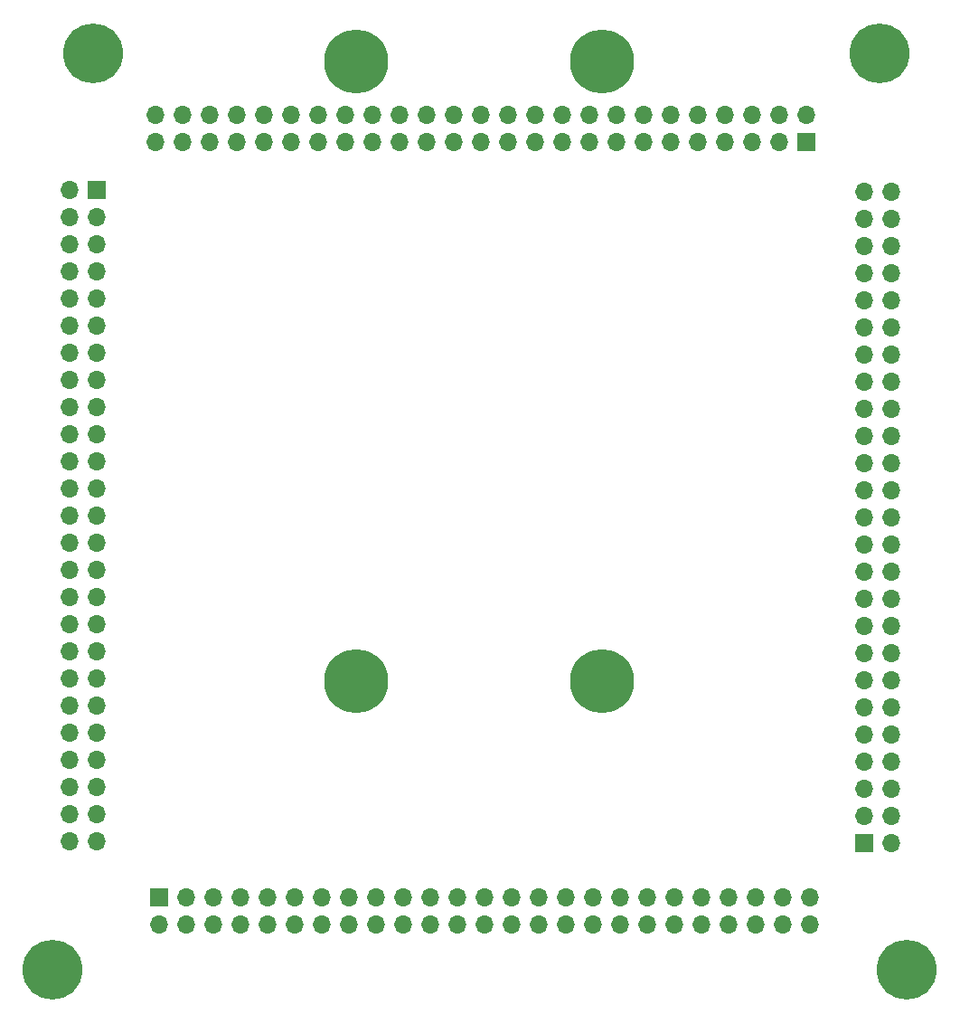
<source format=gbr>
%TF.GenerationSoftware,KiCad,Pcbnew,8.0.4*%
%TF.CreationDate,2024-08-06T12:26:23-05:00*%
%TF.ProjectId,PrintedCoralBoard,5072696e-7465-4644-936f-72616c426f61,rev?*%
%TF.SameCoordinates,Original*%
%TF.FileFunction,Soldermask,Bot*%
%TF.FilePolarity,Negative*%
%FSLAX46Y46*%
G04 Gerber Fmt 4.6, Leading zero omitted, Abs format (unit mm)*
G04 Created by KiCad (PCBNEW 8.0.4) date 2024-08-06 12:26:23*
%MOMM*%
%LPD*%
G01*
G04 APERTURE LIST*
%ADD10C,6.000000*%
%ADD11C,5.600000*%
%ADD12R,1.700000X1.700000*%
%ADD13O,1.700000X1.700000*%
G04 APERTURE END LIST*
D10*
%TO.C,H2*%
X56510000Y-5795500D03*
%TD*%
D11*
%TO.C,H5*%
X8890000Y-5080000D03*
%TD*%
%TO.C,H7*%
X85090000Y-90810000D03*
%TD*%
D10*
%TO.C,H4*%
X56510000Y-63795500D03*
%TD*%
%TO.C,H3*%
X33510000Y-63795500D03*
%TD*%
D11*
%TO.C,H8*%
X5080000Y-90810000D03*
%TD*%
%TO.C,H6*%
X82550000Y-5080000D03*
%TD*%
D10*
%TO.C,H1*%
X33510000Y-5795500D03*
%TD*%
D12*
%TO.C,J5*%
X75660000Y-13380000D03*
D13*
X75660000Y-10840000D03*
X73120000Y-13380000D03*
X73120000Y-10840000D03*
X70580000Y-13380000D03*
X70580000Y-10840000D03*
X68040000Y-13380000D03*
X68040000Y-10840000D03*
X65500000Y-13380000D03*
X65500000Y-10840000D03*
X62960000Y-13380000D03*
X62960000Y-10840000D03*
X60420000Y-13380000D03*
X60420000Y-10840000D03*
X57880000Y-13380000D03*
X57880000Y-10840000D03*
X55340000Y-13380000D03*
X55340000Y-10840000D03*
X52800000Y-13380000D03*
X52800000Y-10840000D03*
X50260000Y-13380000D03*
X50260000Y-10840000D03*
X47720000Y-13380000D03*
X47720000Y-10840000D03*
X45180000Y-13380000D03*
X45180000Y-10840000D03*
X42640000Y-13380000D03*
X42640000Y-10840000D03*
X40100000Y-13380000D03*
X40100000Y-10840000D03*
X37560000Y-13380000D03*
X37560000Y-10840000D03*
X35020000Y-13380000D03*
X35020000Y-10840000D03*
X32480000Y-13380000D03*
X32480000Y-10840000D03*
X29940000Y-13380000D03*
X29940000Y-10840000D03*
X27400000Y-13380000D03*
X27400000Y-10840000D03*
X24860000Y-13380000D03*
X24860000Y-10840000D03*
X22320000Y-13380000D03*
X22320000Y-10840000D03*
X19780000Y-13380000D03*
X19780000Y-10840000D03*
X17240000Y-13380000D03*
X17240000Y-10840000D03*
X14700000Y-13380000D03*
X14700000Y-10840000D03*
%TD*%
D12*
%TO.C,J4*%
X9180000Y-17840000D03*
D13*
X6640000Y-17840000D03*
X9180000Y-20380000D03*
X6640000Y-20380000D03*
X9180000Y-22920000D03*
X6640000Y-22920000D03*
X9180000Y-25460000D03*
X6640000Y-25460000D03*
X9180000Y-28000000D03*
X6640000Y-28000000D03*
X9180000Y-30540000D03*
X6640000Y-30540000D03*
X9180000Y-33080000D03*
X6640000Y-33080000D03*
X9180000Y-35620000D03*
X6640000Y-35620000D03*
X9180000Y-38160000D03*
X6640000Y-38160000D03*
X9180000Y-40700000D03*
X6640000Y-40700000D03*
X9180000Y-43240000D03*
X6640000Y-43240000D03*
X9180000Y-45780000D03*
X6640000Y-45780000D03*
X9180000Y-48320000D03*
X6640000Y-48320000D03*
X9180000Y-50860000D03*
X6640000Y-50860000D03*
X9180000Y-53400000D03*
X6640000Y-53400000D03*
X9180000Y-55940000D03*
X6640000Y-55940000D03*
X9180000Y-58480000D03*
X6640000Y-58480000D03*
X9180000Y-61020000D03*
X6640000Y-61020000D03*
X9180000Y-63560000D03*
X6640000Y-63560000D03*
X9180000Y-66100000D03*
X6640000Y-66100000D03*
X9180000Y-68640000D03*
X6640000Y-68640000D03*
X9180000Y-71180000D03*
X6640000Y-71180000D03*
X9180000Y-73720000D03*
X6640000Y-73720000D03*
X9180000Y-76260000D03*
X6640000Y-76260000D03*
X9180000Y-78800000D03*
X6640000Y-78800000D03*
%TD*%
D12*
%TO.C,J6*%
X81060000Y-78920000D03*
D13*
X83600000Y-78920000D03*
X81060000Y-76380000D03*
X83600000Y-76380000D03*
X81060000Y-73840000D03*
X83600000Y-73840000D03*
X81060000Y-71300000D03*
X83600000Y-71300000D03*
X81060000Y-68760000D03*
X83600000Y-68760000D03*
X81060000Y-66220000D03*
X83600000Y-66220000D03*
X81060000Y-63680000D03*
X83600000Y-63680000D03*
X81060000Y-61140000D03*
X83600000Y-61140000D03*
X81060000Y-58600000D03*
X83600000Y-58600000D03*
X81060000Y-56060000D03*
X83600000Y-56060000D03*
X81060000Y-53520000D03*
X83600000Y-53520000D03*
X81060000Y-50980000D03*
X83600000Y-50980000D03*
X81060000Y-48440000D03*
X83600000Y-48440000D03*
X81060000Y-45900000D03*
X83600000Y-45900000D03*
X81060000Y-43360000D03*
X83600000Y-43360000D03*
X81060000Y-40820000D03*
X83600000Y-40820000D03*
X81060000Y-38280000D03*
X83600000Y-38280000D03*
X81060000Y-35740000D03*
X83600000Y-35740000D03*
X81060000Y-33200000D03*
X83600000Y-33200000D03*
X81060000Y-30660000D03*
X83600000Y-30660000D03*
X81060000Y-28120000D03*
X83600000Y-28120000D03*
X81060000Y-25580000D03*
X83600000Y-25580000D03*
X81060000Y-23040000D03*
X83600000Y-23040000D03*
X81060000Y-20500000D03*
X83600000Y-20500000D03*
X81060000Y-17960000D03*
X83600000Y-17960000D03*
%TD*%
D12*
%TO.C,J7*%
X15020000Y-84000000D03*
D13*
X15020000Y-86540000D03*
X17560000Y-84000000D03*
X17560000Y-86540000D03*
X20100000Y-84000000D03*
X20100000Y-86540000D03*
X22640000Y-84000000D03*
X22640000Y-86540000D03*
X25180000Y-84000000D03*
X25180000Y-86540000D03*
X27720000Y-84000000D03*
X27720000Y-86540000D03*
X30260000Y-84000000D03*
X30260000Y-86540000D03*
X32800000Y-84000000D03*
X32800000Y-86540000D03*
X35340000Y-84000000D03*
X35340000Y-86540000D03*
X37880000Y-84000000D03*
X37880000Y-86540000D03*
X40420000Y-84000000D03*
X40420000Y-86540000D03*
X42960000Y-84000000D03*
X42960000Y-86540000D03*
X45500000Y-84000000D03*
X45500000Y-86540000D03*
X48040000Y-84000000D03*
X48040000Y-86540000D03*
X50580000Y-84000000D03*
X50580000Y-86540000D03*
X53120000Y-84000000D03*
X53120000Y-86540000D03*
X55660000Y-84000000D03*
X55660000Y-86540000D03*
X58200000Y-84000000D03*
X58200000Y-86540000D03*
X60740000Y-84000000D03*
X60740000Y-86540000D03*
X63280000Y-84000000D03*
X63280000Y-86540000D03*
X65820000Y-84000000D03*
X65820000Y-86540000D03*
X68360000Y-84000000D03*
X68360000Y-86540000D03*
X70900000Y-84000000D03*
X70900000Y-86540000D03*
X73440000Y-84000000D03*
X73440000Y-86540000D03*
X75980000Y-84000000D03*
X75980000Y-86540000D03*
%TD*%
M02*

</source>
